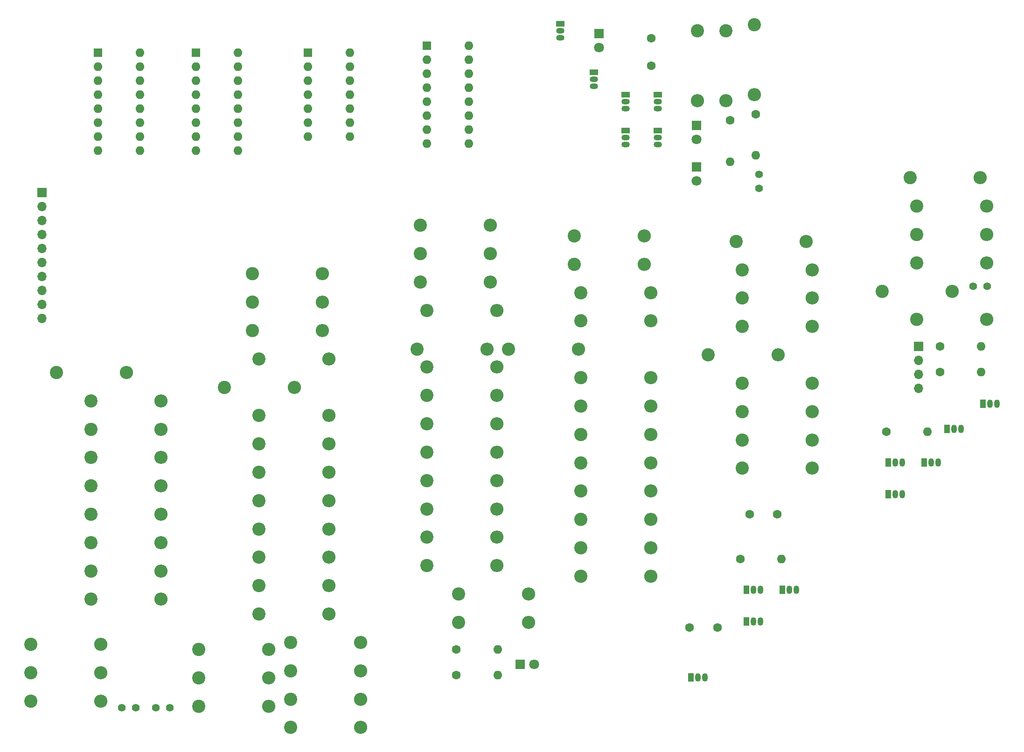
<source format=gbr>
%TF.GenerationSoftware,KiCad,Pcbnew,(6.0.0)*%
%TF.CreationDate,2022-01-19T00:58:27+00:00*%
%TF.ProjectId,dual_lm13700_dcvca,6475616c-5f6c-46d3-9133-3730305f6463,rev?*%
%TF.SameCoordinates,Original*%
%TF.FileFunction,Soldermask,Bot*%
%TF.FilePolarity,Negative*%
%FSLAX46Y46*%
G04 Gerber Fmt 4.6, Leading zero omitted, Abs format (unit mm)*
G04 Created by KiCad (PCBNEW (6.0.0)) date 2022-01-19 00:58:27*
%MOMM*%
%LPD*%
G01*
G04 APERTURE LIST*
%ADD10R,1.500000X1.050000*%
%ADD11O,1.500000X1.050000*%
%ADD12O,1.600000X1.600000*%
%ADD13R,1.600000X1.600000*%
%ADD14O,2.400000X2.400000*%
%ADD15C,2.400000*%
%ADD16R,1.050000X1.500000*%
%ADD17O,1.050000X1.500000*%
%ADD18C,1.400000*%
%ADD19O,1.700000X1.700000*%
%ADD20R,1.700000X1.700000*%
%ADD21C,1.800000*%
%ADD22R,1.800000X1.800000*%
%ADD23C,1.600000*%
G04 APERTURE END LIST*
D10*
%TO.C,U6*%
X126290000Y-27940000D03*
D11*
X126290000Y-30480000D03*
X126290000Y-29210000D03*
%TD*%
D12*
%TO.C,U5*%
X38100000Y-20320000D03*
X30480000Y-38100000D03*
X38100000Y-22860000D03*
X30480000Y-35560000D03*
X38100000Y-25400000D03*
X30480000Y-33020000D03*
X38100000Y-27940000D03*
X30480000Y-30480000D03*
X38100000Y-30480000D03*
X30480000Y-27940000D03*
X38100000Y-33020000D03*
X30480000Y-25400000D03*
X38100000Y-35560000D03*
X30480000Y-22860000D03*
X38100000Y-38100000D03*
D13*
X30480000Y-20320000D03*
%TD*%
D12*
%TO.C,U4*%
X76200000Y-20320000D03*
X68580000Y-35560000D03*
X76200000Y-22860000D03*
X68580000Y-33020000D03*
X76200000Y-25400000D03*
X68580000Y-30480000D03*
X76200000Y-27940000D03*
X68580000Y-27940000D03*
X76200000Y-30480000D03*
X68580000Y-25400000D03*
X76200000Y-33020000D03*
X68580000Y-22860000D03*
X76200000Y-35560000D03*
D13*
X68580000Y-20320000D03*
%TD*%
D10*
%TO.C,U3*%
X132080000Y-27940000D03*
D11*
X132080000Y-30480000D03*
X132080000Y-29210000D03*
%TD*%
D12*
%TO.C,U2*%
X55880000Y-20320000D03*
X48260000Y-38100000D03*
X55880000Y-22860000D03*
X48260000Y-35560000D03*
X55880000Y-25400000D03*
X48260000Y-33020000D03*
X55880000Y-27940000D03*
X48260000Y-30480000D03*
X55880000Y-30480000D03*
X48260000Y-27940000D03*
X55880000Y-33020000D03*
X48260000Y-25400000D03*
X55880000Y-35560000D03*
X48260000Y-22860000D03*
X55880000Y-38100000D03*
D13*
X48260000Y-20320000D03*
%TD*%
D12*
%TO.C,U1*%
X97800000Y-19065000D03*
X90180000Y-36845000D03*
X97800000Y-21605000D03*
X90180000Y-34305000D03*
X97800000Y-24145000D03*
X90180000Y-31765000D03*
X97800000Y-26685000D03*
X90180000Y-29225000D03*
X97800000Y-29225000D03*
X90180000Y-26685000D03*
X97800000Y-31765000D03*
X90180000Y-24145000D03*
X97800000Y-34305000D03*
X90180000Y-21605000D03*
X97800000Y-36845000D03*
D13*
X90180000Y-19065000D03*
%TD*%
D14*
%TO.C,R78*%
X101100000Y-74190000D03*
D15*
X88400000Y-74190000D03*
%TD*%
D14*
%TO.C,R77*%
X160160000Y-64890000D03*
D15*
X147460000Y-64890000D03*
%TD*%
%TO.C,R76*%
X29210000Y-109290000D03*
D14*
X41910000Y-109290000D03*
%TD*%
%TO.C,R75*%
X102870000Y-103170000D03*
D15*
X90170000Y-103170000D03*
%TD*%
D14*
%TO.C,R74*%
X185570000Y-63640000D03*
D15*
X172870000Y-63640000D03*
%TD*%
%TO.C,R73*%
X29210000Y-93840000D03*
D14*
X41910000Y-93840000D03*
%TD*%
%TO.C,R72*%
X102870000Y-87720000D03*
D15*
X90170000Y-87720000D03*
%TD*%
D14*
%TO.C,R71*%
X191770000Y-53340000D03*
D15*
X179070000Y-53340000D03*
%TD*%
%TO.C,R70*%
X29210000Y-98990000D03*
D14*
X41910000Y-98990000D03*
%TD*%
%TO.C,R69*%
X72390000Y-101670000D03*
D15*
X59690000Y-101670000D03*
%TD*%
D14*
%TO.C,R68*%
X61540000Y-128720000D03*
D15*
X48840000Y-128720000D03*
%TD*%
D14*
%TO.C,R67*%
X78190000Y-142870000D03*
D15*
X65490000Y-142870000D03*
%TD*%
D14*
%TO.C,R66*%
X102870000Y-67120000D03*
D15*
X90170000Y-67120000D03*
%TD*%
D14*
%TO.C,R65*%
X130810000Y-105090000D03*
D15*
X118110000Y-105090000D03*
%TD*%
D14*
%TO.C,R64*%
X41910000Y-83540000D03*
D15*
X29210000Y-83540000D03*
%TD*%
D14*
%TO.C,R63*%
X72390000Y-117120000D03*
D15*
X59690000Y-117120000D03*
%TD*%
D14*
%TO.C,R62*%
X130810000Y-89640000D03*
D15*
X118110000Y-89640000D03*
%TD*%
D14*
%TO.C,R61*%
X108670000Y-118620000D03*
D15*
X95970000Y-118620000D03*
%TD*%
D14*
%TO.C,R60*%
X130810000Y-99940000D03*
D15*
X118110000Y-99940000D03*
%TD*%
%TO.C,R59*%
X18360000Y-132940000D03*
D14*
X31060000Y-132940000D03*
%TD*%
%TO.C,R58*%
X108670000Y-123770000D03*
D15*
X95970000Y-123770000D03*
%TD*%
D14*
%TO.C,R57*%
X35710000Y-78390000D03*
D15*
X23010000Y-78390000D03*
%TD*%
D14*
%TO.C,R56*%
X61540000Y-139020000D03*
D15*
X48840000Y-139020000D03*
%TD*%
D14*
%TO.C,R55*%
X72390000Y-86220000D03*
D15*
X59690000Y-86220000D03*
%TD*%
D14*
%TO.C,R54*%
X101720000Y-51670000D03*
D15*
X89020000Y-51670000D03*
%TD*%
D14*
%TO.C,R53*%
X130810000Y-115390000D03*
D15*
X118110000Y-115390000D03*
%TD*%
D14*
%TO.C,R52*%
X72390000Y-122270000D03*
D15*
X59690000Y-122270000D03*
%TD*%
D14*
%TO.C,R51*%
X72390000Y-106820000D03*
D15*
X59690000Y-106820000D03*
%TD*%
D14*
%TO.C,R50*%
X78190000Y-132570000D03*
D15*
X65490000Y-132570000D03*
%TD*%
%TO.C,R49*%
X18360000Y-127790000D03*
D14*
X31060000Y-127790000D03*
%TD*%
D15*
%TO.C,R48*%
X29210000Y-119590000D03*
D14*
X41910000Y-119590000D03*
%TD*%
%TO.C,R47*%
X71240000Y-70770000D03*
D15*
X58540000Y-70770000D03*
%TD*%
D14*
%TO.C,R46*%
X139310000Y-29080000D03*
D15*
X139310000Y-16380000D03*
%TD*%
%TO.C,R45*%
X29210000Y-114440000D03*
D14*
X41910000Y-114440000D03*
%TD*%
%TO.C,R44*%
X117750000Y-74190000D03*
D15*
X105050000Y-74190000D03*
%TD*%
D14*
%TO.C,R43*%
X130810000Y-84490000D03*
D15*
X118110000Y-84490000D03*
%TD*%
D14*
%TO.C,R42*%
X129660000Y-53590000D03*
D15*
X116960000Y-53590000D03*
%TD*%
D14*
%TO.C,R41*%
X72390000Y-75920000D03*
D15*
X59690000Y-75920000D03*
%TD*%
D14*
%TO.C,R40*%
X130810000Y-79340000D03*
D15*
X118110000Y-79340000D03*
%TD*%
D14*
%TO.C,R39*%
X78190000Y-127420000D03*
D15*
X65490000Y-127420000D03*
%TD*%
D14*
%TO.C,R38*%
X41910000Y-88690000D03*
D15*
X29210000Y-88690000D03*
%TD*%
D14*
%TO.C,R37*%
X72390000Y-111970000D03*
D15*
X59690000Y-111970000D03*
%TD*%
D14*
%TO.C,R36*%
X160160000Y-90640000D03*
D15*
X147460000Y-90640000D03*
%TD*%
D14*
%TO.C,R35*%
X160160000Y-70040000D03*
D15*
X147460000Y-70040000D03*
%TD*%
D14*
%TO.C,R34*%
X102870000Y-92870000D03*
D15*
X90170000Y-92870000D03*
%TD*%
D14*
%TO.C,R33*%
X102870000Y-98020000D03*
D15*
X90170000Y-98020000D03*
%TD*%
D14*
%TO.C,R32*%
X61540000Y-133870000D03*
D15*
X48840000Y-133870000D03*
%TD*%
D14*
%TO.C,R31*%
X153960000Y-75190000D03*
D15*
X141260000Y-75190000D03*
%TD*%
D14*
%TO.C,R30*%
X102870000Y-113470000D03*
D15*
X90170000Y-113470000D03*
%TD*%
D14*
%TO.C,R29*%
X160160000Y-85490000D03*
D15*
X147460000Y-85490000D03*
%TD*%
D14*
%TO.C,R28*%
X191770000Y-48190000D03*
D15*
X179070000Y-48190000D03*
%TD*%
D14*
%TO.C,R27*%
X78190000Y-137720000D03*
D15*
X65490000Y-137720000D03*
%TD*%
D14*
%TO.C,R26*%
X160160000Y-59740000D03*
D15*
X147460000Y-59740000D03*
%TD*%
D14*
%TO.C,R25*%
X66190000Y-81070000D03*
D15*
X53490000Y-81070000D03*
%TD*%
D14*
%TO.C,R24*%
X130810000Y-110240000D03*
D15*
X118110000Y-110240000D03*
%TD*%
D14*
%TO.C,R23*%
X159010000Y-54590000D03*
D15*
X146310000Y-54590000D03*
%TD*%
D14*
%TO.C,R22*%
X102870000Y-82570000D03*
D15*
X90170000Y-82570000D03*
%TD*%
D14*
%TO.C,R21*%
X190620000Y-43040000D03*
D15*
X177920000Y-43040000D03*
%TD*%
D14*
%TO.C,R20*%
X160160000Y-80340000D03*
D15*
X147460000Y-80340000D03*
%TD*%
%TO.C,R19*%
X29210000Y-104140000D03*
D14*
X41910000Y-104140000D03*
%TD*%
D15*
%TO.C,R18*%
X18360000Y-138090000D03*
D14*
X31060000Y-138090000D03*
%TD*%
%TO.C,R17*%
X102870000Y-108320000D03*
D15*
X90170000Y-108320000D03*
%TD*%
D14*
%TO.C,R16*%
X72390000Y-91370000D03*
D15*
X59690000Y-91370000D03*
%TD*%
D14*
%TO.C,R15*%
X101720000Y-56820000D03*
D15*
X89020000Y-56820000D03*
%TD*%
D14*
%TO.C,R14*%
X130810000Y-69040000D03*
D15*
X118110000Y-69040000D03*
%TD*%
D14*
%TO.C,R13*%
X101720000Y-61970000D03*
D15*
X89020000Y-61970000D03*
%TD*%
D14*
%TO.C,R12*%
X191770000Y-58490000D03*
D15*
X179070000Y-58490000D03*
%TD*%
D14*
%TO.C,R11*%
X130810000Y-94790000D03*
D15*
X118110000Y-94790000D03*
%TD*%
D14*
%TO.C,R10*%
X102870000Y-77420000D03*
D15*
X90170000Y-77420000D03*
%TD*%
D14*
%TO.C,R9*%
X191770000Y-68790000D03*
D15*
X179070000Y-68790000D03*
%TD*%
D14*
%TO.C,R8*%
X129660000Y-58740000D03*
D15*
X116960000Y-58740000D03*
%TD*%
D14*
%TO.C,R7*%
X72390000Y-96520000D03*
D15*
X59690000Y-96520000D03*
%TD*%
D14*
%TO.C,R6*%
X71240000Y-60470000D03*
D15*
X58540000Y-60470000D03*
%TD*%
D14*
%TO.C,R5*%
X144460000Y-29080000D03*
D15*
X144460000Y-16380000D03*
%TD*%
D14*
%TO.C,R4*%
X71240000Y-65620000D03*
D15*
X58540000Y-65620000D03*
%TD*%
D14*
%TO.C,R3*%
X160160000Y-95790000D03*
D15*
X147460000Y-95790000D03*
%TD*%
D14*
%TO.C,R2*%
X130810000Y-63890000D03*
D15*
X118110000Y-63890000D03*
%TD*%
D14*
%TO.C,R1*%
X149610000Y-27930000D03*
D15*
X149610000Y-15230000D03*
%TD*%
D16*
%TO.C,Q13*%
X154680000Y-117850000D03*
D17*
X157220000Y-117850000D03*
X155950000Y-117850000D03*
%TD*%
D10*
%TO.C,Q12*%
X132080000Y-34450000D03*
D11*
X132080000Y-36990000D03*
X132080000Y-35720000D03*
%TD*%
D16*
%TO.C,Q11*%
X180490000Y-94720000D03*
D17*
X183030000Y-94720000D03*
X181760000Y-94720000D03*
%TD*%
D16*
%TO.C,Q10*%
X148170000Y-117820000D03*
D17*
X150710000Y-117820000D03*
X149440000Y-117820000D03*
%TD*%
D10*
%TO.C,Q9*%
X120500000Y-23890000D03*
D11*
X120500000Y-26430000D03*
X120500000Y-25160000D03*
%TD*%
D10*
%TO.C,Q8*%
X126290000Y-34450000D03*
D11*
X126290000Y-36990000D03*
X126290000Y-35720000D03*
%TD*%
D16*
%TO.C,Q7*%
X148170000Y-123610000D03*
D17*
X150710000Y-123610000D03*
X149440000Y-123610000D03*
%TD*%
D10*
%TO.C,Q6*%
X114380000Y-15040000D03*
D11*
X114380000Y-17580000D03*
X114380000Y-16310000D03*
%TD*%
D16*
%TO.C,Q5*%
X138120000Y-133770000D03*
D17*
X140660000Y-133770000D03*
X139390000Y-133770000D03*
%TD*%
D16*
%TO.C,Q4*%
X173980000Y-94720000D03*
D17*
X176520000Y-94720000D03*
X175250000Y-94720000D03*
%TD*%
D16*
%TO.C,Q3*%
X184630000Y-88670000D03*
D17*
X187170000Y-88670000D03*
X185900000Y-88670000D03*
%TD*%
D16*
%TO.C,Q2*%
X191140000Y-84060000D03*
D17*
X193680000Y-84060000D03*
X192410000Y-84060000D03*
%TD*%
D16*
%TO.C,Q1*%
X173980000Y-100510000D03*
D17*
X176520000Y-100510000D03*
X175250000Y-100510000D03*
%TD*%
D18*
%TO.C,JP4*%
X34860000Y-139290000D03*
X37400000Y-139290000D03*
%TD*%
%TO.C,JP3*%
X43550000Y-139290000D03*
X41010000Y-139290000D03*
%TD*%
%TO.C,JP2*%
X150510000Y-44920000D03*
X150510000Y-42380000D03*
%TD*%
%TO.C,JP1*%
X191910000Y-62740000D03*
X189370000Y-62740000D03*
%TD*%
D19*
%TO.C,J2*%
X20320000Y-68580000D03*
X20320000Y-66040000D03*
X20320000Y-63500000D03*
X20320000Y-60960000D03*
X20320000Y-58420000D03*
X20320000Y-55880000D03*
X20320000Y-53340000D03*
X20320000Y-50800000D03*
X20320000Y-48260000D03*
D20*
X20320000Y-45720000D03*
%TD*%
D19*
%TO.C,J1*%
X179420000Y-81310000D03*
X179420000Y-78770000D03*
X179420000Y-76230000D03*
D20*
X179420000Y-73690000D03*
%TD*%
D21*
%TO.C,D4*%
X121410000Y-19420000D03*
D22*
X121410000Y-16880000D03*
%TD*%
D21*
%TO.C,D3*%
X109660000Y-131370000D03*
D22*
X107120000Y-131370000D03*
%TD*%
D21*
%TO.C,D2*%
X139110000Y-43570000D03*
D22*
X139110000Y-41030000D03*
%TD*%
D21*
%TO.C,D1*%
X139110000Y-36070000D03*
D22*
X139110000Y-33530000D03*
%TD*%
D12*
%TO.C,C11*%
X181070000Y-89140000D03*
D23*
X173570000Y-89140000D03*
%TD*%
D12*
%TO.C,C10*%
X190820000Y-73690000D03*
D23*
X183320000Y-73690000D03*
%TD*%
D12*
%TO.C,C9*%
X103070000Y-133320000D03*
D23*
X95570000Y-133320000D03*
%TD*%
D12*
%TO.C,C8*%
X145210000Y-40130000D03*
D23*
X145210000Y-32630000D03*
%TD*%
D12*
%TO.C,C7*%
X154560000Y-112240000D03*
D23*
X147060000Y-112240000D03*
%TD*%
D12*
%TO.C,C6*%
X190820000Y-78340000D03*
D23*
X183320000Y-78340000D03*
%TD*%
D12*
%TO.C,C5*%
X103070000Y-128670000D03*
D23*
X95570000Y-128670000D03*
%TD*%
%TO.C,C4*%
X142910000Y-124740000D03*
X137910000Y-124740000D03*
%TD*%
%TO.C,C3*%
X130960000Y-22680000D03*
X130960000Y-17680000D03*
%TD*%
%TO.C,C2*%
X153760000Y-104140000D03*
X148760000Y-104140000D03*
%TD*%
D12*
%TO.C,C1*%
X149860000Y-38980000D03*
D23*
X149860000Y-31480000D03*
%TD*%
M02*

</source>
